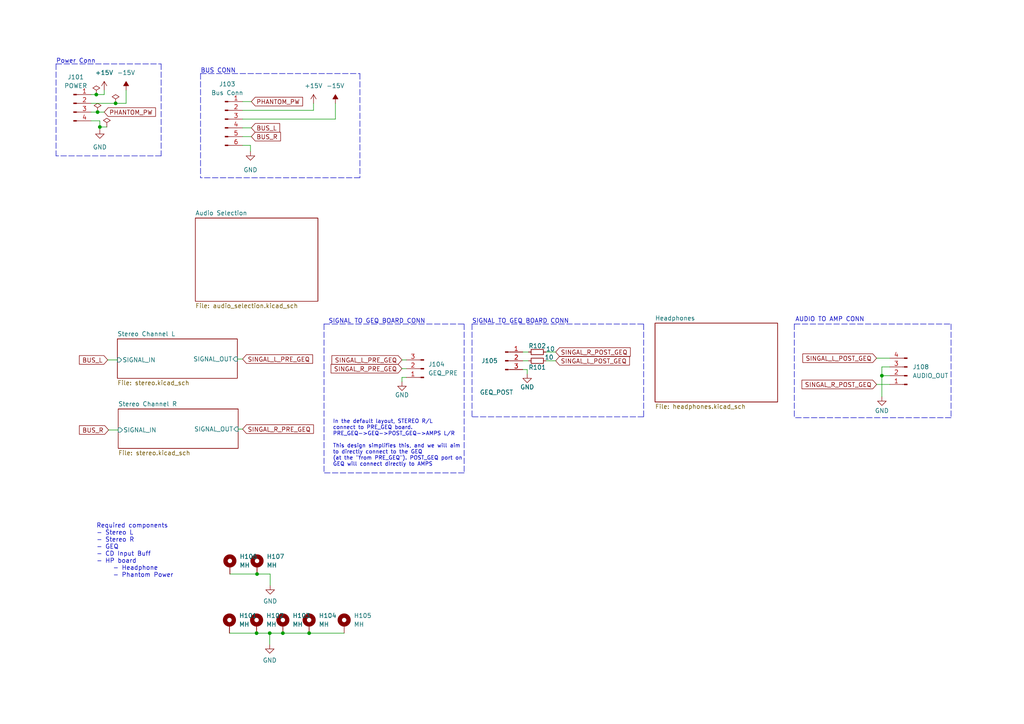
<source format=kicad_sch>
(kicad_sch (version 20211123) (generator eeschema)
  (paper "A4")
  (lib_symbols
    (symbol "Connector:Conn_01x03_Male" (pin_names (offset 1.016) hide)
      (property "Reference" "J" (at 0 5.08 0))
      (property "Value" "Conn_01x03_Male" (at 0 -5.08 0))
      (symbol "Conn_01x03_Male_1_1"
        (polyline (pts (xy 1.27 -2.54) (xy 0.8636 -2.54)) (stroke (width 0.1524)))
        (polyline (pts (xy 1.27 0) (xy 0.8636 0)) (stroke (width 0.1524)))
        (polyline (pts (xy 1.27 2.54) (xy 0.8636 2.54)) (stroke (width 0.1524)))
        (rectangle (start 0.8636 -2.413) (end 0 -2.667) (stroke (width 0.1524)) (fill (type outline)))
        (rectangle (start 0.8636 0.127) (end 0 -0.127) (stroke (width 0.1524)) (fill (type outline)))
        (rectangle (start 0.8636 2.667) (end 0 2.413) (stroke (width 0.1524)) (fill (type outline)))
        (pin passive line (at 5.08 2.54 180) (length 3.81) (name "Pin_1") (number "1"))
        (pin passive line (at 5.08 0 180) (length 3.81) (name "Pin_2") (number "2"))
        (pin passive line (at 5.08 -2.54 180) (length 3.81) (name "Pin_3") (number "3"))
      )
    )
    (symbol "Connector:Conn_01x04_Male" (pin_names (offset 1.016) hide)
      (property "Reference" "J" (at 0 5.08 0))
      (property "Value" "Conn_01x04_Male" (at 0 -7.62 0))
      (symbol "Conn_01x04_Male_1_1"
        (polyline (pts (xy 1.27 -5.08) (xy 0.8636 -5.08)) (stroke (width 0.1524)))
        (polyline (pts (xy 1.27 -2.54) (xy 0.8636 -2.54)) (stroke (width 0.1524)))
        (polyline (pts (xy 1.27 0) (xy 0.8636 0)) (stroke (width 0.1524)))
        (polyline (pts (xy 1.27 2.54) (xy 0.8636 2.54)) (stroke (width 0.1524)))
        (rectangle (start 0.8636 -4.953) (end 0 -5.207) (stroke (width 0.1524)) (fill (type outline)))
        (rectangle (start 0.8636 -2.413) (end 0 -2.667) (stroke (width 0.1524)) (fill (type outline)))
        (rectangle (start 0.8636 0.127) (end 0 -0.127) (stroke (width 0.1524)) (fill (type outline)))
        (rectangle (start 0.8636 2.667) (end 0 2.413) (stroke (width 0.1524)) (fill (type outline)))
        (pin passive line (at 5.08 2.54 180) (length 3.81) (name "Pin_1") (number "1"))
        (pin passive line (at 5.08 0 180) (length 3.81) (name "Pin_2") (number "2"))
        (pin passive line (at 5.08 -2.54 180) (length 3.81) (name "Pin_3") (number "3"))
        (pin passive line (at 5.08 -5.08 180) (length 3.81) (name "Pin_4") (number "4"))
      )
    )
    (symbol "Connector:Conn_01x06_Male" (pin_names (offset 1.016) hide)
      (property "Reference" "J" (at 0 7.62 0))
      (property "Value" "Conn_01x06_Male" (at 0 -10.16 0))
      (symbol "Conn_01x06_Male_1_1"
        (polyline (pts (xy 1.27 -7.62) (xy 0.8636 -7.62)) (stroke (width 0.1524)))
        (polyline (pts (xy 1.27 -5.08) (xy 0.8636 -5.08)) (stroke (width 0.1524)))
        (polyline (pts (xy 1.27 -2.54) (xy 0.8636 -2.54)) (stroke (width 0.1524)))
        (polyline (pts (xy 1.27 0) (xy 0.8636 0)) (stroke (width 0.1524)))
        (polyline (pts (xy 1.27 2.54) (xy 0.8636 2.54)) (stroke (width 0.1524)))
        (polyline (pts (xy 1.27 5.08) (xy 0.8636 5.08)) (stroke (width 0.1524)))
        (rectangle (start 0.8636 -7.493) (end 0 -7.747) (stroke (width 0.1524)) (fill (type outline)))
        (rectangle (start 0.8636 -4.953) (end 0 -5.207) (stroke (width 0.1524)) (fill (type outline)))
        (rectangle (start 0.8636 -2.413) (end 0 -2.667) (stroke (width 0.1524)) (fill (type outline)))
        (rectangle (start 0.8636 0.127) (end 0 -0.127) (stroke (width 0.1524)) (fill (type outline)))
        (rectangle (start 0.8636 2.667) (end 0 2.413) (stroke (width 0.1524)) (fill (type outline)))
        (rectangle (start 0.8636 5.207) (end 0 4.953) (stroke (width 0.1524)) (fill (type outline)))
        (pin passive line (at 5.08 5.08 180) (length 3.81) (name "Pin_1") (number "1"))
        (pin passive line (at 5.08 2.54 180) (length 3.81) (name "Pin_2") (number "2"))
        (pin passive line (at 5.08 0 180) (length 3.81) (name "Pin_3") (number "3"))
        (pin passive line (at 5.08 -2.54 180) (length 3.81) (name "Pin_4") (number "4"))
        (pin passive line (at 5.08 -5.08 180) (length 3.81) (name "Pin_5") (number "5"))
        (pin passive line (at 5.08 -7.62 180) (length 3.81) (name "Pin_6") (number "6"))
      )
    )
    (symbol "Device:R_Small" (pin_numbers hide) (pin_names (offset 0.254) hide)
      (property "Reference" "R" (at 0.762 0.508 0))
      (property "Value" "R_Small" (at 0.762 -1.016 0))
      (symbol "R_Small_0_1"
        (rectangle (start -0.762 1.778) (end 0.762 -1.778) (stroke (width 0.2032)))
      )
      (symbol "R_Small_1_1"
        (pin passive line (at 0 2.54 270) (length 0.762) (name "~") (number "1"))
        (pin passive line (at 0 -2.54 90) (length 0.762) (name "~") (number "2"))
      )
    )
    (symbol "Mechanical:MountingHole_Pad" (pin_numbers hide) (pin_names (offset 1.016) hide)
      (property "Reference" "H" (at 0 6.35 0))
      (property "Value" "MountingHole_Pad" (at 0 4.445 0))
      (symbol "MountingHole_Pad_0_1"
        (circle (center 0 1.27) (radius 1.27) (stroke (width 1.27)))
      )
      (symbol "MountingHole_Pad_1_1"
        (pin input line (at 0 -2.54 90) (length 2.54) (name "1") (number "1"))
      )
    )
    (symbol "power:+15V" (power) (pin_names (offset 0))
      (property "Value" "+15V" (at 0 3.556 0))
      (symbol "+15V_0_1"
        (polyline (pts (xy -0.762 1.27) (xy 0 2.54)))
        (polyline (pts (xy 0 0) (xy 0 2.54)))
        (polyline (pts (xy 0 2.54) (xy 0.762 1.27)))
      )
      (symbol "+15V_1_1"
        (pin power_in line (at 0 0 90) (length 0) hide (name "+15V") (number "1"))
      )
    )
    (symbol "power:-15V" (power) (pin_names (offset 0))
      (property "Value" "-15V" (at 0 3.81 0))
      (symbol "-15V_0_0"
        (pin power_in line (at 0 0 90) (length 0) hide (name "-15V") (number "1"))
      )
      (symbol "-15V_0_1"
        (polyline (pts (xy 0 0) (xy 0 1.27) (xy 0.762 1.27) (xy 0 2.54) (xy -0.762 1.27) (xy 0 1.27)) (fill (type outline)))
      )
    )
    (symbol "power:GND" (power) (pin_names (offset 0))
      (property "Value" "GND" (at 0 -3.81 0))
      (symbol "GND_0_1"
        (polyline (pts (xy 0 0) (xy 0 -1.27) (xy 1.27 -1.27) (xy 0 -2.54) (xy -1.27 -1.27) (xy 0 -1.27)))
      )
      (symbol "GND_1_1"
        (pin power_in line (at 0 0 270) (length 0) hide (name "GND") (number "1"))
      )
    )
    (symbol "power:PWR_FLAG" (power) (pin_numbers hide) (pin_names (offset 0) hide)
      (property "Value" "PWR_FLAG" (at 0 3.81 0))
      (symbol "PWR_FLAG_0_0"
        (pin power_out line (at 0 0 90) (length 0) (name "pwr") (number "1"))
      )
      (symbol "PWR_FLAG_0_1"
        (polyline (pts (xy 0 0) (xy 0 1.27) (xy -1.016 1.905) (xy 0 2.54) (xy 1.016 1.905) (xy 0 1.27)))
      )
    )
  )
  (junction (at 74.422 183.642))
  (junction (at 74.549 166.497))
  (junction (at 89.662 183.642))
  (junction (at 78.232 183.642))
  (junction (at 82.042 183.642))
  (junction (at 28.956 36.83))
  (junction (at 255.778 108.966))
  (junction (at 33.528 29.972))
  (junction (at 28.2991 32.512))
  (junction (at 27.94 27.432))
  (wire (pts (xy 255.778 106.426) (xy 255.778 108.966)))
  (wire (pts (xy 255.778 108.966) (xy 255.778 115.062)))
  (wire (pts (xy 26.416 27.432) (xy 27.94 27.432)))
  (wire (pts (xy 69.088 124.46) (xy 70.358 124.46)))
  (polyline (pts (xy 104.394 21.336) (xy 104.394 51.562)))
  (wire (pts (xy 33.528 29.972) (xy 36.576 29.972)))
  (polyline (pts (xy 46.736 45.212) (xy 16.256 45.212)))
  (wire (pts (xy 158.369 102.108) (xy 161.163 102.108)))
  (wire (pts (xy 74.422 183.642) (xy 78.232 183.642)))
  (wire (pts (xy 68.834 104.14) (xy 70.358 104.14)))
  (wire (pts (xy 254.254 111.506) (xy 258.064 111.506)))
  (wire (pts (xy 26.416 35.052) (xy 28.956 35.052)))
  (wire (pts (xy 254.254 103.886) (xy 258.064 103.886)))
  (polyline (pts (xy 186.69 93.98) (xy 186.69 120.904)))
  (wire (pts (xy 151.638 102.108) (xy 153.289 102.108)))
  (wire (pts (xy 31.242 104.394) (xy 34.036 104.394)))
  (polyline (pts (xy 186.69 120.904) (xy 136.906 120.904)))
  (wire (pts (xy 78.359 169.799) (xy 78.359 166.497)))
  (wire (pts (xy 26.416 29.972) (xy 33.528 29.972)))
  (polyline (pts (xy 134.62 93.98) (xy 134.62 137.16)))
  (wire (pts (xy 28.956 36.83) (xy 28.956 37.592)))
  (wire (pts (xy 70.358 37.084) (xy 72.898 37.084)))
  (wire (pts (xy 28.956 36.83) (xy 30.988 36.83)))
  (wire (pts (xy 78.232 183.642) (xy 82.042 183.642)))
  (wire (pts (xy 78.232 186.944) (xy 78.232 183.642)))
  (wire (pts (xy 36.576 29.972) (xy 36.576 26.162)))
  (wire (pts (xy 70.358 34.544) (xy 97.282 34.544)))
  (wire (pts (xy 70.358 42.164) (xy 72.644 42.164)))
  (wire (pts (xy 151.638 104.648) (xy 153.289 104.648)))
  (wire (pts (xy 66.675 166.497) (xy 74.549 166.497)))
  (wire (pts (xy 97.282 34.544) (xy 97.282 29.972)))
  (wire (pts (xy 152.908 108.458) (xy 152.908 107.188)))
  (wire (pts (xy 90.932 29.972) (xy 90.932 32.004)))
  (polyline (pts (xy 230.378 93.98) (xy 230.378 121.158)))
  (polyline (pts (xy 58.166 21.336) (xy 58.166 51.562)))
  (polyline (pts (xy 16.256 18.542) (xy 16.256 45.212)))
  (polyline (pts (xy 275.844 121.158) (xy 230.378 121.158)))
  (wire (pts (xy 26.416 32.512) (xy 28.2991 32.512)))
  (polyline (pts (xy 16.256 18.542) (xy 46.736 18.542)))
  (wire (pts (xy 116.586 109.474) (xy 117.856 109.474)))
  (wire (pts (xy 30.226 27.432) (xy 30.226 26.162)))
  (polyline (pts (xy 46.736 18.542) (xy 46.736 45.212)))
  (wire (pts (xy 89.662 183.642) (xy 99.822 183.642)))
  (polyline (pts (xy 93.98 93.98) (xy 134.62 93.98)))
  (wire (pts (xy 28.2991 32.512) (xy 30.226 32.512)))
  (wire (pts (xy 258.064 106.426) (xy 255.778 106.426)))
  (wire (pts (xy 116.586 104.394) (xy 117.856 104.394)))
  (wire (pts (xy 66.548 183.642) (xy 74.422 183.642)))
  (wire (pts (xy 116.586 106.934) (xy 117.856 106.934)))
  (wire (pts (xy 72.644 42.164) (xy 72.644 43.942)))
  (wire (pts (xy 74.549 166.497) (xy 78.359 166.497)))
  (wire (pts (xy 70.358 32.004) (xy 90.932 32.004)))
  (polyline (pts (xy 136.906 93.98) (xy 136.906 120.904)))
  (wire (pts (xy 116.586 110.744) (xy 116.586 109.474)))
  (wire (pts (xy 158.369 104.648) (xy 161.163 104.648)))
  (polyline (pts (xy 93.98 93.98) (xy 93.98 137.16)))
  (polyline (pts (xy 58.166 21.336) (xy 104.394 21.336)))
  (wire (pts (xy 27.94 27.432) (xy 30.226 27.432)))
  (polyline (pts (xy 136.906 93.98) (xy 186.69 93.98)))
  (wire (pts (xy 31.496 124.714) (xy 34.29 124.714)))
  (wire (pts (xy 28.956 35.052) (xy 28.956 36.83)))
  (polyline (pts (xy 275.844 93.98) (xy 275.844 121.158)))
  (wire (pts (xy 152.908 107.188) (xy 151.638 107.188)))
  (wire (pts (xy 70.358 39.624) (xy 72.898 39.624)))
  (polyline (pts (xy 104.394 51.562) (xy 58.166 51.562)))
  (wire (pts (xy 82.042 183.642) (xy 89.662 183.642)))
  (polyline (pts (xy 230.378 93.98) (xy 275.844 93.98)))
  (polyline (pts (xy 134.62 137.16) (xy 93.98 137.16)))
  (wire (pts (xy 70.358 29.464) (xy 72.898 29.464)))
  (wire (pts (xy 255.778 108.966) (xy 258.064 108.966)))
  (text "Required components\n- Stereo L\n- Stereo R\n- GEQ\n- CD Input Buff\n- HP board\n	- Headphone \n	- Phantom Power" (at 27.94 167.64 0) (effects (font (size 1.27 1.27)) (justify left bottom)))
  (text "Power Conn\n" (at 16.256 18.542 0) (effects (font (size 1.27 1.27)) (justify left bottom)))
  (text "BUS CONN" (at 58.166 21.336 0) (effects (font (size 1.27 1.27)) (justify left bottom)))
  (text "In the default layout, STEREO R/L\nconnect to PRE_GEQ board.\nPRE_GEQ->GEQ->POST_GEQ->AMPS L/R\n\nThis design simplifies this, and we will aim\nto directly connect to the GEQ \n(at the \"from PRE_GEQ\"). POST_GEQ port on \nGEQ will connect directly to AMPS\n\n" (at 96.52 137.16 0) (effects (font (size 1.1 1.1)) (justify left bottom)))
  (text "SIGNAL TO GEQ BOARD CONN\n" (at 136.906 93.98 0) (effects (font (size 1.27 1.27)) (justify left bottom)))
  (text "SIGNAL TO GEQ BOARD CONN\n" (at 95.25 93.98 0) (effects (font (size 1.27 1.27)) (justify left bottom)))
  (text "AUDIO TO AMP CONN" (at 230.632 93.472 0) (effects (font (size 1.27 1.27)) (justify left bottom)))
  (global_label "SINGAL_R_PRE_GEQ" (shape input) (at 70.358 124.46 0) (property "Intersheet References" "${INTERSHEET_REFS}" (effects hide)))
  (global_label "BUS_L" (shape input) (at 72.898 37.084 0) (property "Intersheet References" "${INTERSHEET_REFS}" (effects hide)))
  (global_label "SINGAL_L_POST_GEQ" (shape input) (at 161.163 104.648 0) (property "Intersheet References" "${INTERSHEET_REFS}" (effects hide)))
  (global_label "SINGAL_L_PRE_GEQ" (shape input) (at 116.586 104.394 180) (property "Intersheet References" "${INTERSHEET_REFS}" (effects hide)))
  (global_label "SINGAL_L_POST_GEQ" (shape input) (at 254.254 103.886 180) (property "Intersheet References" "${INTERSHEET_REFS}" (effects hide)))
  (global_label "PHANTOM_PW" (shape input) (at 72.898 29.464 0) (property "Intersheet References" "${INTERSHEET_REFS}" (effects hide)))
  (global_label "SINGAL_L_PRE_GEQ" (shape input) (at 70.358 104.14 0) (property "Intersheet References" "${INTERSHEET_REFS}" (effects hide)))
  (global_label "PHANTOM_PW" (shape input) (at 30.226 32.512 0) (property "Intersheet References" "${INTERSHEET_REFS}" (effects hide)))
  (global_label "BUS_L" (shape input) (at 31.242 104.394 180) (property "Intersheet References" "${INTERSHEET_REFS}" (effects hide)))
  (global_label "SINGAL_R_POST_GEQ" (shape input) (at 254.254 111.506 180) (property "Intersheet References" "${INTERSHEET_REFS}" (effects hide)))
  (global_label "BUS_R" (shape input) (at 31.496 124.714 180) (property "Intersheet References" "${INTERSHEET_REFS}" (effects hide)))
  (global_label "SINGAL_R_POST_GEQ" (shape input) (at 161.163 102.108 0) (property "Intersheet References" "${INTERSHEET_REFS}" (effects hide)))
  (global_label "SINGAL_R_PRE_GEQ" (shape input) (at 116.586 106.934 180) (property "Intersheet References" "${INTERSHEET_REFS}" (effects hide)))
  (global_label "BUS_R" (shape input) (at 72.898 39.624 0) (property "Intersheet References" "${INTERSHEET_REFS}" (effects hide)))
  (symbol (lib_id "Connector:Conn_01x04_Male") (at 21.336 29.972 0) (unit 1)
    (property "Reference" "J101" (at 21.971 22.352 0))
    (property "Value" "POWER" (at 21.971 24.892 0))
    (property "Footprint" "Connector_JST:JST_XH_B4B-XH-A_1x04_P2.50mm_Vertical" (effects hide))
  )
  (symbol (lib_id "power:-15V") (at 97.282 29.972 0) (unit 1)
    (property "Reference" "#PWR0117" (effects hide))
    (property "Value" "-15V" (at 97.282 24.892 0))
  )
  (symbol (lib_id "Mechanical:MountingHole_Pad") (at 82.042 181.102 0) (unit 1)
    (property "Reference" "H103" (at 84.836 178.5619 0) (effects (justify left)))
    (property "Value" "MH" (at 84.836 181.1019 0) (effects (justify left)))
    (property "Footprint" "MountingHole:MountingHole_3.2mm_M3_DIN965_Pad_TopBottom" (effects hide))
  )
  (symbol (lib_id "Mechanical:MountingHole_Pad") (at 74.549 163.957 0) (unit 1)
    (property "Reference" "H107" (at 77.343 161.4169 0) (effects (justify left)))
    (property "Value" "MH" (at 77.343 163.9569 0) (effects (justify left)))
    (property "Footprint" "MountingHole:MountingHole_3.2mm_M3_DIN965_Pad_TopBottom" (effects hide))
  )
  (symbol (lib_id "power:PWR_FLAG") (at 30.988 36.83 0) (unit 1)
    (property "Reference" "#FLG0107" (effects hide))
    (property "Value" "PWR_FLAG" (effects hide))
  )
  (symbol (lib_id "Device:R_Small") (at 155.829 104.648 90) (unit 1)
    (property "Reference" "R101" (at 155.829 106.553 90))
    (property "Value" "10" (at 159.258 103.632 90))
    (property "Footprint" "Resistor_THT:R_Axial_DIN0207_L6.3mm_D2.5mm_P10.16mm_Horizontal" (effects hide))
  )
  (symbol (lib_id "power:GND") (at 28.956 37.592 0) (unit 1)
    (property "Reference" "#PWR0103" (effects hide))
    (property "Value" "GND" (at 28.956 42.672 0))
  )
  (symbol (lib_id "Connector:Conn_01x03_Male") (at 146.558 104.648 0) (unit 1)
    (property "Reference" "J105" (at 141.986 104.648 0))
    (property "Value" "GEQ_POST" (at 144.018 113.792 0))
    (property "Footprint" "Connector_JST:JST_XH_B3B-XH-A_1x03_P2.50mm_Vertical" (effects hide))
  )
  (symbol (lib_id "power:GND") (at 78.359 169.799 0) (unit 1)
    (property "Reference" "#PWR0108" (effects hide))
    (property "Value" "GND" (at 78.359 174.371 0))
  )
  (symbol (lib_id "Device:R_Small") (at 155.829 102.108 90) (unit 1)
    (property "Reference" "R102" (at 155.829 100.33 90))
    (property "Value" "10" (at 159.639 101.219 90))
    (property "Footprint" "Resistor_THT:R_Axial_DIN0207_L6.3mm_D2.5mm_P10.16mm_Horizontal" (effects hide))
  )
  (symbol (lib_id "Connector:Conn_01x06_Male") (at 65.278 34.544 0) (unit 1)
    (property "Reference" "J103" (at 65.913 24.384 0))
    (property "Value" "Bus Conn" (at 65.913 26.924 0))
    (property "Footprint" "Connector_JST:JST_XH_B6B-XH-A_1x06_P2.50mm_Vertical" (effects hide))
  )
  (symbol (lib_id "power:GND") (at 152.908 108.458 0) (mirror y) (unit 1)
    (property "Reference" "#PWR0107" (effects hide))
    (property "Value" "GND" (at 152.908 112.268 0))
  )
  (symbol (lib_id "power:PWR_FLAG") (at 33.528 29.972 0) (unit 1)
    (property "Reference" "#FLG0106" (effects hide))
    (property "Value" "PWR_FLAG" (effects hide))
  )
  (symbol (lib_id "power:-15V") (at 36.576 26.162 0) (unit 1)
    (property "Reference" "#PWR0102" (effects hide))
    (property "Value" "-15V" (at 36.576 21.082 0))
  )
  (symbol (lib_id "power:GND") (at 116.586 110.744 0) (unit 1)
    (property "Reference" "#PWR0106" (effects hide))
    (property "Value" "GND" (at 116.586 114.554 0))
  )
  (symbol (lib_id "power:GND") (at 78.232 186.944 0) (unit 1)
    (property "Reference" "#PWR0118" (effects hide))
    (property "Value" "GND" (at 78.232 191.516 0))
  )
  (symbol (lib_id "Mechanical:MountingHole_Pad") (at 74.422 181.102 0) (unit 1)
    (property "Reference" "H102" (at 77.216 178.5619 0) (effects (justify left)))
    (property "Value" "MH" (at 77.216 181.1019 0) (effects (justify left)))
    (property "Footprint" "MountingHole:MountingHole_3.2mm_M3_DIN965_Pad_TopBottom" (effects hide))
  )
  (symbol (lib_id "Connector:Conn_01x04_Male") (at 263.144 108.966 180) (unit 1)
    (property "Reference" "J108" (at 264.668 106.4259 0) (effects (justify right)))
    (property "Value" "AUDIO_OUT" (at 264.668 108.9659 0) (effects (justify right)))
    (property "Footprint" "Connector_JST:JST_XH_B4B-XH-A_1x04_P2.50mm_Vertical" (effects hide))
  )
  (symbol (lib_id "power:PWR_FLAG") (at 28.2991 32.512 0) (unit 1)
    (property "Reference" "#FLG0101" (effects hide))
    (property "Value" "PWR_FLAG" (effects hide))
  )
  (symbol (lib_id "Mechanical:MountingHole_Pad") (at 99.822 181.102 0) (unit 1)
    (property "Reference" "H105" (at 102.616 178.5619 0) (effects (justify left)))
    (property "Value" "MH" (at 102.616 181.1019 0) (effects (justify left)))
    (property "Footprint" "MountingHole:MountingHole_3.2mm_M3_DIN965_Pad_TopBottom" (effects hide))
  )
  (symbol (lib_id "power:GND") (at 255.778 115.062 0) (unit 1)
    (property "Reference" "#PWR0110" (effects hide))
    (property "Value" "GND" (at 255.778 119.126 0))
  )
  (symbol (lib_id "power:+15V") (at 30.226 26.162 0) (unit 1)
    (property "Reference" "#PWR0101" (effects hide))
    (property "Value" "+15V" (at 30.226 21.082 0))
  )
  (symbol (lib_id "power:GND") (at 72.644 43.942 0) (unit 1)
    (property "Reference" "#PWR0104" (effects hide))
    (property "Value" "GND" (at 72.644 49.276 0))
  )
  (symbol (lib_id "Mechanical:MountingHole_Pad") (at 66.675 163.957 0) (unit 1)
    (property "Reference" "H106" (at 69.469 161.4169 0) (effects (justify left)))
    (property "Value" "MH" (at 69.469 163.9569 0) (effects (justify left)))
    (property "Footprint" "MountingHole:MountingHole_3.2mm_M3_DIN965_Pad_TopBottom" (effects hide))
  )
  (symbol (lib_id "Connector:Conn_01x03_Male") (at 122.936 106.934 180) (unit 1)
    (property "Reference" "J104" (at 124.206 105.6639 0) (effects (justify right)))
    (property "Value" "GEQ_PRE" (at 124.206 108.2039 0) (effects (justify right)))
    (property "Footprint" "Connector_JST:JST_XH_B3B-XH-A_1x03_P2.50mm_Vertical" (effects hide))
  )
  (symbol (lib_id "power:+15V") (at 90.932 29.972 0) (unit 1)
    (property "Reference" "#PWR0105" (effects hide))
    (property "Value" "+15V" (at 90.932 24.892 0))
  )
  (symbol (lib_id "Mechanical:MountingHole_Pad") (at 66.548 181.102 0) (unit 1)
    (property "Reference" "H101" (at 69.342 178.5619 0) (effects (justify left)))
    (property "Value" "MH" (at 69.342 181.1019 0) (effects (justify left)))
    (property "Footprint" "MountingHole:MountingHole_3.2mm_M3_DIN965_Pad_TopBottom" (effects hide))
  )
  (symbol (lib_id "Mechanical:MountingHole_Pad") (at 89.662 181.102 0) (unit 1)
    (property "Reference" "H104" (at 92.456 178.5619 0) (effects (justify left)))
    (property "Value" "MH" (at 92.456 181.1019 0) (effects (justify left)))
    (property "Footprint" "MountingHole:MountingHole_3.2mm_M3_DIN965_Pad_TopBottom" (effects hide))
  )
  (symbol (lib_id "power:PWR_FLAG") (at 27.94 27.432 0) (unit 1)
    (property "Reference" "#FLG0105" (effects hide))
    (property "Value" "PWR_FLAG" (effects hide))
  )
  (sheet (at 34.29 118.618) (size 34.798 11.43) (stroke (width 0.1524))
    (property "Sheet name" "Stereo Channel R" (at 34.29 117.9064 0) (effects (justify left bottom)))
    (property "Sheet file" "stereo.kicad_sch" (at 34.29 130.6326 0) (effects (justify left top)))
    (pin "SIGNAL_OUT" input (at 69.088 124.46 0))
    (pin "SIGNAL_IN" input (at 34.29 124.714 180))
  )
  (sheet (at 56.642 63.246) (size 35.56 24.13) (stroke (width 0.1524))
    (property "Sheet name" "Audio Selection" (at 56.642 62.5344 0) (effects (justify left bottom)))
    (property "Sheet file" "audio_selection.kicad_sch" (at 56.642 87.9606 0) (effects (justify left top)))
  )
  (sheet (at 189.992 93.726) (size 35.56 22.86) (stroke (width 0.1524))
    (property "Sheet name" "Headphones" (at 189.992 93.0144 0) (effects (justify left bottom)))
    (property "Sheet file" "headphones.kicad_sch" (at 189.992 117.1706 0) (effects (justify left top)))
  )
  (sheet (at 34.036 98.298) (size 34.798 11.43) (stroke (width 0.1524))
    (property "Sheet name" "Stereo Channel L" (at 34.036 97.5864 0) (effects (justify left bottom)))
    (property "Sheet file" "stereo.kicad_sch" (at 34.036 110.3126 0) (effects (justify left top)))
    (pin "SIGNAL_OUT" input (at 68.834 104.14 0))
    (pin "SIGNAL_IN" input (at 34.036 104.394 180))
  )
)
</source>
